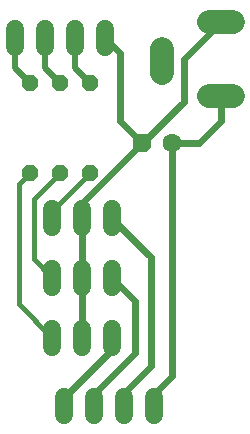
<source format=gbr>
G04 EAGLE Gerber X2 export*
%TF.Part,Single*%
%TF.FileFunction,Copper,L1,Top,Mixed*%
%TF.FilePolarity,Positive*%
%TF.GenerationSoftware,Autodesk,EAGLE,9.1.3*%
%TF.CreationDate,2018-10-12T20:40:38Z*%
G75*
%MOMM*%
%FSLAX34Y34*%
%LPD*%
%AMOC8*
5,1,8,0,0,1.08239X$1,22.5*%
G01*
%ADD10P,1.732040X8X202.500000*%
%ADD11C,1.600200*%
%ADD12C,1.524000*%
%ADD13P,1.429621X8X112.500000*%
%ADD14C,2.000000*%
%ADD15C,0.609600*%
%ADD16C,0.406400*%
%ADD17C,0.508000*%


D10*
X368300Y571500D03*
D11*
X393700Y571500D03*
D12*
X292100Y414020D02*
X292100Y398780D01*
X317500Y398780D02*
X317500Y414020D01*
X342900Y414020D02*
X342900Y398780D01*
X292100Y449580D02*
X292100Y464820D01*
X317500Y464820D02*
X317500Y449580D01*
X342900Y449580D02*
X342900Y464820D01*
X292100Y500380D02*
X292100Y515620D01*
X317500Y515620D02*
X317500Y500380D01*
X342900Y500380D02*
X342900Y515620D01*
D13*
X323850Y546100D03*
X323850Y622300D03*
X298450Y546100D03*
X298450Y622300D03*
X273050Y546100D03*
X273050Y622300D03*
D12*
X377825Y356870D02*
X377825Y341630D01*
X352425Y341630D02*
X352425Y356870D01*
X327025Y356870D02*
X327025Y341630D01*
X301625Y341630D02*
X301625Y356870D01*
X260350Y652780D02*
X260350Y668020D01*
X285750Y668020D02*
X285750Y652780D01*
X311150Y652780D02*
X311150Y668020D01*
X336550Y668020D02*
X336550Y652780D01*
D14*
X424575Y611300D02*
X444575Y611300D01*
X444575Y674300D02*
X424575Y674300D01*
X384575Y651300D02*
X384575Y631300D01*
D15*
X317500Y508000D02*
X317500Y457200D01*
X317500Y406400D01*
X317500Y508000D02*
X317500Y520700D01*
X368300Y571500D01*
X349250Y641350D02*
X349250Y647700D01*
X349250Y641350D02*
X349250Y638175D01*
X349250Y590550D01*
X368300Y571500D01*
X349300Y641300D02*
X349250Y641350D01*
X349250Y647700D02*
X336550Y660400D01*
X403225Y606425D02*
X368300Y571500D01*
X403225Y606425D02*
X403225Y642950D01*
X434575Y674300D01*
D16*
X276225Y523875D02*
X276225Y473075D01*
X276225Y523875D02*
X298450Y546100D01*
X276225Y473075D02*
X292100Y457200D01*
X292100Y508000D02*
X292100Y514350D01*
X323850Y546100D01*
X263525Y434975D02*
X292100Y406400D01*
X263525Y536575D02*
X273050Y546100D01*
X263525Y536575D02*
X263525Y434975D01*
D17*
X285750Y635000D02*
X285750Y660400D01*
X285750Y635000D02*
X298450Y622300D01*
X311150Y635000D02*
X311150Y660400D01*
X311150Y635000D02*
X323850Y622300D01*
D15*
X393700Y571500D02*
X393700Y463186D01*
X393048Y462533D02*
X393048Y373998D01*
X393048Y462533D02*
X393700Y463186D01*
X415925Y571500D02*
X434575Y590150D01*
X434575Y611300D01*
X415925Y571500D02*
X393700Y571500D01*
X393048Y373998D02*
X377825Y358775D01*
X377825Y349250D01*
D17*
X260350Y635000D02*
X260350Y660400D01*
X260350Y635000D02*
X273050Y622300D01*
D15*
X342900Y508000D02*
X342900Y507462D01*
X375412Y474950D01*
X352425Y360045D02*
X352425Y349250D01*
X375412Y383032D02*
X375412Y474950D01*
X375412Y383032D02*
X352425Y360045D01*
X342900Y456662D02*
X342900Y457200D01*
X327025Y358775D02*
X327025Y349250D01*
X327025Y358775D02*
X361950Y393700D01*
X361950Y438150D01*
X343438Y456662D01*
X342900Y456662D01*
X301625Y355600D02*
X301625Y349250D01*
X301625Y355600D02*
X342900Y396875D01*
X342900Y406400D01*
M02*

</source>
